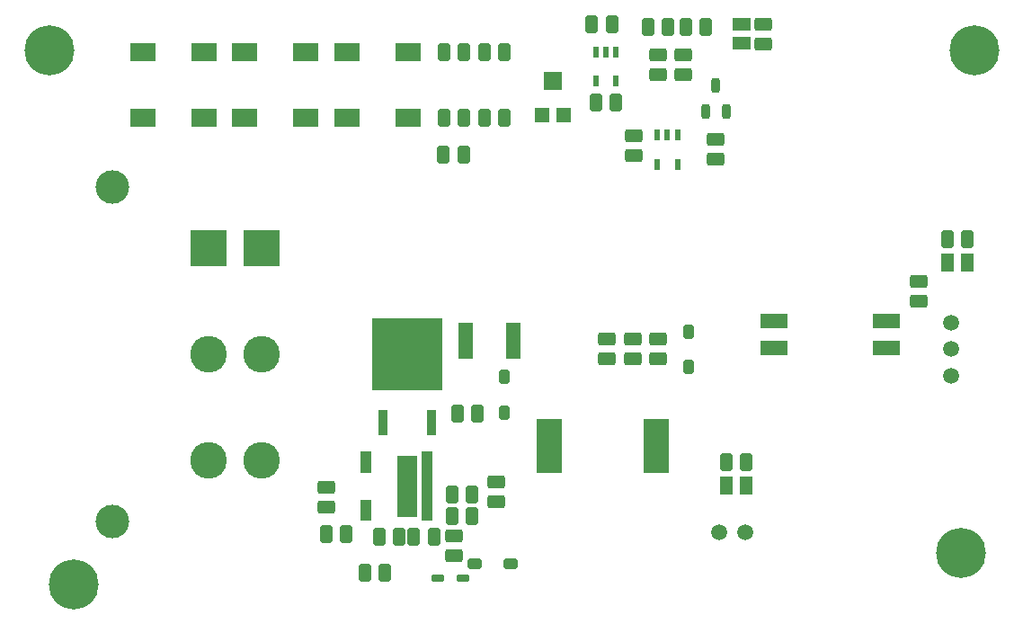
<source format=gts>
G04*
G04 #@! TF.GenerationSoftware,Altium Limited,Altium Designer,23.8.1 (32)*
G04*
G04 Layer_Color=8388736*
%FSLAX25Y25*%
%MOIN*%
G70*
G04*
G04 #@! TF.SameCoordinates,C406F027-57D3-470C-AF7C-978D06EE9A25*
G04*
G04*
G04 #@! TF.FilePolarity,Negative*
G04*
G01*
G75*
%ADD20R,0.03700X0.09800*%
%ADD21R,0.26200X0.26800*%
%ADD23R,0.05700X0.13600*%
%ADD29R,0.09500X0.20500*%
%ADD31R,0.09700X0.06700*%
%ADD32R,0.02000X0.03850*%
%ADD33R,0.09843X0.05200*%
G04:AMPARAMS|DCode=34|XSize=47.37mil|YSize=63.91mil|CornerRadius=8.92mil|HoleSize=0mil|Usage=FLASHONLY|Rotation=90.000|XOffset=0mil|YOffset=0mil|HoleType=Round|Shape=RoundedRectangle|*
%AMROUNDEDRECTD34*
21,1,0.04737,0.04606,0,0,90.0*
21,1,0.02953,0.06391,0,0,90.0*
1,1,0.01784,0.02303,0.01476*
1,1,0.01784,0.02303,-0.01476*
1,1,0.01784,-0.02303,-0.01476*
1,1,0.01784,-0.02303,0.01476*
%
%ADD34ROUNDEDRECTD34*%
G04:AMPARAMS|DCode=35|XSize=47.37mil|YSize=63.91mil|CornerRadius=8.92mil|HoleSize=0mil|Usage=FLASHONLY|Rotation=0.000|XOffset=0mil|YOffset=0mil|HoleType=Round|Shape=RoundedRectangle|*
%AMROUNDEDRECTD35*
21,1,0.04737,0.04606,0,0,0.0*
21,1,0.02953,0.06391,0,0,0.0*
1,1,0.01784,0.01476,-0.02303*
1,1,0.01784,-0.01476,-0.02303*
1,1,0.01784,-0.01476,0.02303*
1,1,0.01784,0.01476,0.02303*
%
%ADD35ROUNDEDRECTD35*%
%ADD36R,0.05524X0.05524*%
%ADD37R,0.07099X0.06706*%
%ADD38R,0.07808X0.23162*%
%ADD39R,0.03950X0.02572*%
G04:AMPARAMS|DCode=40|XSize=48.55mil|YSize=28.47mil|CornerRadius=6.56mil|HoleSize=0mil|Usage=FLASHONLY|Rotation=0.000|XOffset=0mil|YOffset=0mil|HoleType=Round|Shape=RoundedRectangle|*
%AMROUNDEDRECTD40*
21,1,0.04855,0.01535,0,0,0.0*
21,1,0.03543,0.02847,0,0,0.0*
1,1,0.01312,0.01772,-0.00768*
1,1,0.01312,-0.01772,-0.00768*
1,1,0.01312,-0.01772,0.00768*
1,1,0.01312,0.01772,0.00768*
%
%ADD40ROUNDEDRECTD40*%
G04:AMPARAMS|DCode=41|XSize=55.64mil|YSize=36.74mil|CornerRadius=6.59mil|HoleSize=0mil|Usage=FLASHONLY|Rotation=0.000|XOffset=0mil|YOffset=0mil|HoleType=Round|Shape=RoundedRectangle|*
%AMROUNDEDRECTD41*
21,1,0.05564,0.02357,0,0,0.0*
21,1,0.04247,0.03674,0,0,0.0*
1,1,0.01317,0.02123,-0.01178*
1,1,0.01317,-0.02123,-0.01178*
1,1,0.01317,-0.02123,0.01178*
1,1,0.01317,0.02123,0.01178*
%
%ADD41ROUNDEDRECTD41*%
G04:AMPARAMS|DCode=42|XSize=55.64mil|YSize=36.74mil|CornerRadius=6.59mil|HoleSize=0mil|Usage=FLASHONLY|Rotation=90.000|XOffset=0mil|YOffset=0mil|HoleType=Round|Shape=RoundedRectangle|*
%AMROUNDEDRECTD42*
21,1,0.05564,0.02357,0,0,90.0*
21,1,0.04247,0.03674,0,0,90.0*
1,1,0.01317,0.01178,0.02123*
1,1,0.01317,0.01178,-0.02123*
1,1,0.01317,-0.01178,-0.02123*
1,1,0.01317,-0.01178,0.02123*
%
%ADD42ROUNDEDRECTD42*%
%ADD43R,0.06509X0.05131*%
%ADD44R,0.05131X0.06509*%
G04:AMPARAMS|DCode=45|XSize=55.64mil|YSize=31.23mil|CornerRadius=9.81mil|HoleSize=0mil|Usage=FLASHONLY|Rotation=270.000|XOffset=0mil|YOffset=0mil|HoleType=Round|Shape=RoundedRectangle|*
%AMROUNDEDRECTD45*
21,1,0.05564,0.01161,0,0,270.0*
21,1,0.03602,0.03123,0,0,270.0*
1,1,0.01961,-0.00581,-0.01801*
1,1,0.01961,-0.00581,0.01801*
1,1,0.01961,0.00581,0.01801*
1,1,0.01961,0.00581,-0.01801*
%
%ADD45ROUNDEDRECTD45*%
%ADD46C,0.13592*%
%ADD47C,0.12411*%
%ADD48R,0.13592X0.13592*%
%ADD49C,0.18517*%
%ADD50C,0.05900*%
D20*
X154484Y71800D02*
D03*
X172516D02*
D03*
D21*
X163500Y97000D02*
D03*
D23*
X185050Y102000D02*
D03*
X202950D02*
D03*
D29*
X216150Y63000D02*
D03*
X255850D02*
D03*
D31*
X88142Y184821D02*
D03*
X65542D02*
D03*
X125942D02*
D03*
X103342D02*
D03*
X163742Y184820D02*
D03*
X141142D02*
D03*
Y208987D02*
D03*
X163742D02*
D03*
X65542D02*
D03*
X88142D02*
D03*
X103342D02*
D03*
X125942D02*
D03*
D32*
X240945Y198463D02*
D03*
X233465D02*
D03*
Y209213D02*
D03*
X237205D02*
D03*
X240945D02*
D03*
X263740Y167625D02*
D03*
X256260D02*
D03*
Y178375D02*
D03*
X260000D02*
D03*
X263740D02*
D03*
D33*
X299476Y99528D02*
D03*
Y109528D02*
D03*
X341076Y99528D02*
D03*
Y109528D02*
D03*
D34*
X256496Y200905D02*
D03*
Y208268D02*
D03*
X353136Y124005D02*
D03*
Y116642D02*
D03*
X196500Y49681D02*
D03*
Y42319D02*
D03*
X256609Y102684D02*
D03*
Y95322D02*
D03*
X247059Y102684D02*
D03*
Y95322D02*
D03*
X237509Y102684D02*
D03*
Y95322D02*
D03*
X247500Y170819D02*
D03*
Y178181D02*
D03*
X133500Y40319D02*
D03*
Y47681D02*
D03*
X181000Y29681D02*
D03*
Y22319D02*
D03*
X265748Y208268D02*
D03*
Y200905D02*
D03*
X295358Y219543D02*
D03*
Y212181D02*
D03*
X278000Y176681D02*
D03*
Y169319D02*
D03*
D35*
X153309Y29405D02*
D03*
X160671D02*
D03*
X147819Y16000D02*
D03*
X155181D02*
D03*
X133500Y30500D02*
D03*
X140862D02*
D03*
X187681Y45000D02*
D03*
X180319D02*
D03*
X239362Y219500D02*
D03*
X232000D02*
D03*
X240886Y190354D02*
D03*
X233524D02*
D03*
X173362Y29500D02*
D03*
X166000D02*
D03*
X180319Y37000D02*
D03*
X187681D02*
D03*
X189500Y75000D02*
D03*
X182138D02*
D03*
X289181Y57000D02*
D03*
X281819D02*
D03*
X177225Y184843D02*
D03*
X184587D02*
D03*
X192225D02*
D03*
X199587D02*
D03*
X260271Y218321D02*
D03*
X252909D02*
D03*
X274109D02*
D03*
X266746D02*
D03*
X184362Y171000D02*
D03*
X177000D02*
D03*
X363875Y139705D02*
D03*
X371237D02*
D03*
X184587Y209154D02*
D03*
X177225D02*
D03*
X199587D02*
D03*
X192225D02*
D03*
D36*
X213563Y185701D02*
D03*
X221437D02*
D03*
D37*
X217500Y198496D02*
D03*
D38*
X163509Y48205D02*
D03*
D39*
X148091Y54602D02*
D03*
Y57161D02*
D03*
Y59720D02*
D03*
Y41807D02*
D03*
Y39248D02*
D03*
Y36689D02*
D03*
X170926D02*
D03*
Y39248D02*
D03*
Y41807D02*
D03*
Y44366D02*
D03*
Y46925D02*
D03*
Y49484D02*
D03*
Y52043D02*
D03*
Y54602D02*
D03*
Y57161D02*
D03*
Y59720D02*
D03*
D40*
X174972Y14000D02*
D03*
X184028D02*
D03*
D41*
X201728Y19500D02*
D03*
X188500D02*
D03*
D42*
X199500Y88728D02*
D03*
Y75500D02*
D03*
X268000Y92386D02*
D03*
Y105614D02*
D03*
D43*
X287358Y212319D02*
D03*
Y219406D02*
D03*
D44*
X281957Y48500D02*
D03*
X289043D02*
D03*
X371099Y131005D02*
D03*
X364013D02*
D03*
D45*
X278000Y196941D02*
D03*
X281740Y187059D02*
D03*
X274260D02*
D03*
D46*
X89764Y57677D02*
D03*
X109449D02*
D03*
X89764Y97047D02*
D03*
X109449D02*
D03*
D47*
X54331Y158976D02*
D03*
Y35118D02*
D03*
D48*
X89764Y136417D02*
D03*
X109449D02*
D03*
D49*
X368799Y23622D02*
D03*
X373697Y209705D02*
D03*
X39764Y11909D02*
D03*
X30816Y209705D02*
D03*
D50*
X365136Y89219D02*
D03*
Y99062D02*
D03*
Y108905D02*
D03*
X279157Y31000D02*
D03*
X289000D02*
D03*
M02*

</source>
